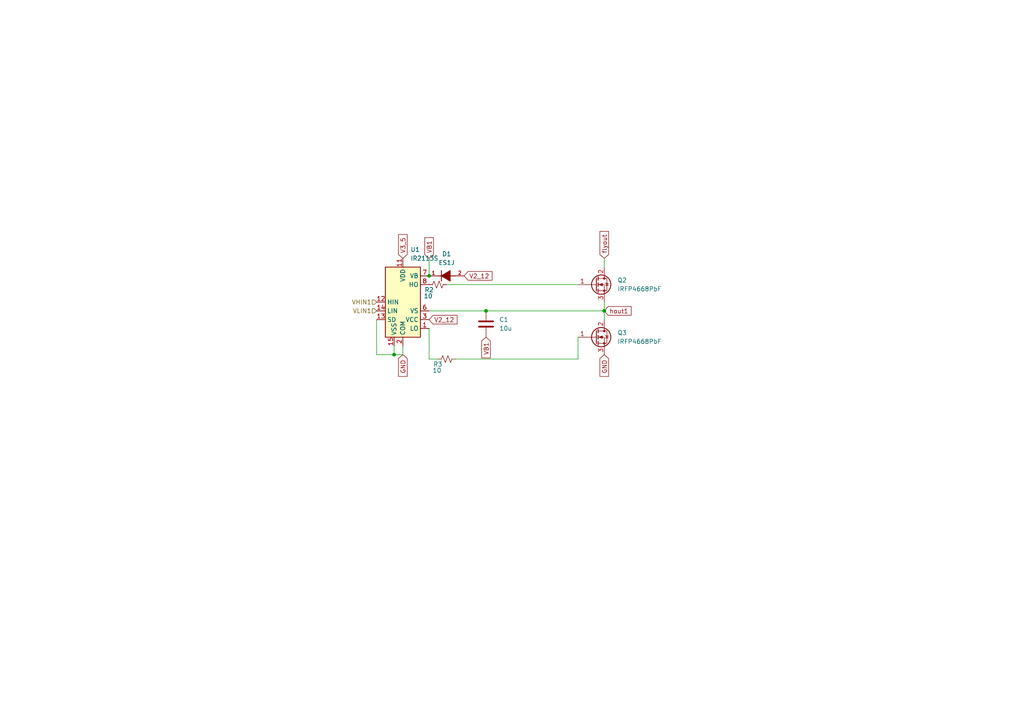
<source format=kicad_sch>
(kicad_sch
	(version 20231120)
	(generator "eeschema")
	(generator_version "8.0")
	(uuid "64e3b1c6-29d9-4957-b2ad-09673be45259")
	(paper "A4")
	(lib_symbols
		(symbol "Device:C"
			(pin_numbers hide)
			(pin_names
				(offset 0.254)
			)
			(exclude_from_sim no)
			(in_bom yes)
			(on_board yes)
			(property "Reference" "C"
				(at 0.635 2.54 0)
				(effects
					(font
						(size 1.27 1.27)
					)
					(justify left)
				)
			)
			(property "Value" "C"
				(at 0.635 -2.54 0)
				(effects
					(font
						(size 1.27 1.27)
					)
					(justify left)
				)
			)
			(property "Footprint" ""
				(at 0.9652 -3.81 0)
				(effects
					(font
						(size 1.27 1.27)
					)
					(hide yes)
				)
			)
			(property "Datasheet" "~"
				(at 0 0 0)
				(effects
					(font
						(size 1.27 1.27)
					)
					(hide yes)
				)
			)
			(property "Description" "Unpolarized capacitor"
				(at 0 0 0)
				(effects
					(font
						(size 1.27 1.27)
					)
					(hide yes)
				)
			)
			(property "ki_keywords" "cap capacitor"
				(at 0 0 0)
				(effects
					(font
						(size 1.27 1.27)
					)
					(hide yes)
				)
			)
			(property "ki_fp_filters" "C_*"
				(at 0 0 0)
				(effects
					(font
						(size 1.27 1.27)
					)
					(hide yes)
				)
			)
			(symbol "C_0_1"
				(polyline
					(pts
						(xy -2.032 -0.762) (xy 2.032 -0.762)
					)
					(stroke
						(width 0.508)
						(type default)
					)
					(fill
						(type none)
					)
				)
				(polyline
					(pts
						(xy -2.032 0.762) (xy 2.032 0.762)
					)
					(stroke
						(width 0.508)
						(type default)
					)
					(fill
						(type none)
					)
				)
			)
			(symbol "C_1_1"
				(pin passive line
					(at 0 3.81 270)
					(length 2.794)
					(name "~"
						(effects
							(font
								(size 1.27 1.27)
							)
						)
					)
					(number "1"
						(effects
							(font
								(size 1.27 1.27)
							)
						)
					)
				)
				(pin passive line
					(at 0 -3.81 90)
					(length 2.794)
					(name "~"
						(effects
							(font
								(size 1.27 1.27)
							)
						)
					)
					(number "2"
						(effects
							(font
								(size 1.27 1.27)
							)
						)
					)
				)
			)
		)
		(symbol "Device:R_Small_US"
			(pin_numbers hide)
			(pin_names
				(offset 0.254) hide)
			(exclude_from_sim no)
			(in_bom yes)
			(on_board yes)
			(property "Reference" "R"
				(at 0.762 0.508 0)
				(effects
					(font
						(size 1.27 1.27)
					)
					(justify left)
				)
			)
			(property "Value" "R_Small_US"
				(at 0.762 -1.016 0)
				(effects
					(font
						(size 1.27 1.27)
					)
					(justify left)
				)
			)
			(property "Footprint" ""
				(at 0 0 0)
				(effects
					(font
						(size 1.27 1.27)
					)
					(hide yes)
				)
			)
			(property "Datasheet" "~"
				(at 0 0 0)
				(effects
					(font
						(size 1.27 1.27)
					)
					(hide yes)
				)
			)
			(property "Description" "Resistor, small US symbol"
				(at 0 0 0)
				(effects
					(font
						(size 1.27 1.27)
					)
					(hide yes)
				)
			)
			(property "ki_keywords" "r resistor"
				(at 0 0 0)
				(effects
					(font
						(size 1.27 1.27)
					)
					(hide yes)
				)
			)
			(property "ki_fp_filters" "R_*"
				(at 0 0 0)
				(effects
					(font
						(size 1.27 1.27)
					)
					(hide yes)
				)
			)
			(symbol "R_Small_US_1_1"
				(polyline
					(pts
						(xy 0 0) (xy 1.016 -0.381) (xy 0 -0.762) (xy -1.016 -1.143) (xy 0 -1.524)
					)
					(stroke
						(width 0)
						(type default)
					)
					(fill
						(type none)
					)
				)
				(polyline
					(pts
						(xy 0 1.524) (xy 1.016 1.143) (xy 0 0.762) (xy -1.016 0.381) (xy 0 0)
					)
					(stroke
						(width 0)
						(type default)
					)
					(fill
						(type none)
					)
				)
				(pin passive line
					(at 0 2.54 270)
					(length 1.016)
					(name "~"
						(effects
							(font
								(size 1.27 1.27)
							)
						)
					)
					(number "1"
						(effects
							(font
								(size 1.27 1.27)
							)
						)
					)
				)
				(pin passive line
					(at 0 -2.54 90)
					(length 1.016)
					(name "~"
						(effects
							(font
								(size 1.27 1.27)
							)
						)
					)
					(number "2"
						(effects
							(font
								(size 1.27 1.27)
							)
						)
					)
				)
			)
		)
		(symbol "Driver_FET:IR2113S"
			(exclude_from_sim no)
			(in_bom yes)
			(on_board yes)
			(property "Reference" "U"
				(at 1.27 13.335 0)
				(effects
					(font
						(size 1.27 1.27)
					)
					(justify left)
				)
			)
			(property "Value" "IR2113S"
				(at 1.27 11.43 0)
				(effects
					(font
						(size 1.27 1.27)
					)
					(justify left)
				)
			)
			(property "Footprint" "Package_SO:SOIC-16W_7.5x10.3mm_P1.27mm"
				(at 0 0 0)
				(effects
					(font
						(size 1.27 1.27)
						(italic yes)
					)
					(hide yes)
				)
			)
			(property "Datasheet" "https://www.infineon.com/dgdl/ir2110.pdf?fileId=5546d462533600a4015355c80333167e"
				(at 0 0 0)
				(effects
					(font
						(size 1.27 1.27)
					)
					(hide yes)
				)
			)
			(property "Description" "High and Low Side Driver, 500V, 2.0/2.0A, SOIC-16W"
				(at 0 0 0)
				(effects
					(font
						(size 1.27 1.27)
					)
					(hide yes)
				)
			)
			(property "ki_keywords" "Gate Driver"
				(at 0 0 0)
				(effects
					(font
						(size 1.27 1.27)
					)
					(hide yes)
				)
			)
			(property "ki_fp_filters" "SOIC*7.5x10.3mm*P1.27mm*"
				(at 0 0 0)
				(effects
					(font
						(size 1.27 1.27)
					)
					(hide yes)
				)
			)
			(symbol "IR2113S_0_1"
				(rectangle
					(start -5.08 -10.16)
					(end 5.08 10.16)
					(stroke
						(width 0.254)
						(type default)
					)
					(fill
						(type background)
					)
				)
			)
			(symbol "IR2113S_1_1"
				(pin output line
					(at 7.62 -7.62 180)
					(length 2.54)
					(name "LO"
						(effects
							(font
								(size 1.27 1.27)
							)
						)
					)
					(number "1"
						(effects
							(font
								(size 1.27 1.27)
							)
						)
					)
				)
				(pin no_connect line
					(at 5.08 2.54 180)
					(length 2.54) hide
					(name "NC"
						(effects
							(font
								(size 1.27 1.27)
							)
						)
					)
					(number "10"
						(effects
							(font
								(size 1.27 1.27)
							)
						)
					)
				)
				(pin power_in line
					(at 0 12.7 270)
					(length 2.54)
					(name "VDD"
						(effects
							(font
								(size 1.27 1.27)
							)
						)
					)
					(number "11"
						(effects
							(font
								(size 1.27 1.27)
							)
						)
					)
				)
				(pin input line
					(at -7.62 0 0)
					(length 2.54)
					(name "HIN"
						(effects
							(font
								(size 1.27 1.27)
							)
						)
					)
					(number "12"
						(effects
							(font
								(size 1.27 1.27)
							)
						)
					)
				)
				(pin input line
					(at -7.62 -5.08 0)
					(length 2.54)
					(name "SD"
						(effects
							(font
								(size 1.27 1.27)
							)
						)
					)
					(number "13"
						(effects
							(font
								(size 1.27 1.27)
							)
						)
					)
				)
				(pin input line
					(at -7.62 -2.54 0)
					(length 2.54)
					(name "LIN"
						(effects
							(font
								(size 1.27 1.27)
							)
						)
					)
					(number "14"
						(effects
							(font
								(size 1.27 1.27)
							)
						)
					)
				)
				(pin power_in line
					(at -2.54 -12.7 90)
					(length 2.54)
					(name "VSS"
						(effects
							(font
								(size 1.27 1.27)
							)
						)
					)
					(number "15"
						(effects
							(font
								(size 1.27 1.27)
							)
						)
					)
				)
				(pin no_connect line
					(at 5.08 0 180)
					(length 2.54) hide
					(name "NC"
						(effects
							(font
								(size 1.27 1.27)
							)
						)
					)
					(number "16"
						(effects
							(font
								(size 1.27 1.27)
							)
						)
					)
				)
				(pin power_in line
					(at 0 -12.7 90)
					(length 2.54)
					(name "COM"
						(effects
							(font
								(size 1.27 1.27)
							)
						)
					)
					(number "2"
						(effects
							(font
								(size 1.27 1.27)
							)
						)
					)
				)
				(pin power_in line
					(at 7.62 -5.08 180)
					(length 2.54)
					(name "VCC"
						(effects
							(font
								(size 1.27 1.27)
							)
						)
					)
					(number "3"
						(effects
							(font
								(size 1.27 1.27)
							)
						)
					)
				)
				(pin no_connect line
					(at -5.08 7.62 0)
					(length 2.54) hide
					(name "NC"
						(effects
							(font
								(size 1.27 1.27)
							)
						)
					)
					(number "4"
						(effects
							(font
								(size 1.27 1.27)
							)
						)
					)
				)
				(pin no_connect line
					(at -5.08 5.08 0)
					(length 2.54) hide
					(name "NC"
						(effects
							(font
								(size 1.27 1.27)
							)
						)
					)
					(number "5"
						(effects
							(font
								(size 1.27 1.27)
							)
						)
					)
				)
				(pin passive line
					(at 7.62 -2.54 180)
					(length 2.54)
					(name "VS"
						(effects
							(font
								(size 1.27 1.27)
							)
						)
					)
					(number "6"
						(effects
							(font
								(size 1.27 1.27)
							)
						)
					)
				)
				(pin passive line
					(at 7.62 7.62 180)
					(length 2.54)
					(name "VB"
						(effects
							(font
								(size 1.27 1.27)
							)
						)
					)
					(number "7"
						(effects
							(font
								(size 1.27 1.27)
							)
						)
					)
				)
				(pin output line
					(at 7.62 5.08 180)
					(length 2.54)
					(name "HO"
						(effects
							(font
								(size 1.27 1.27)
							)
						)
					)
					(number "8"
						(effects
							(font
								(size 1.27 1.27)
							)
						)
					)
				)
				(pin no_connect line
					(at -5.08 2.54 0)
					(length 2.54) hide
					(name "NC"
						(effects
							(font
								(size 1.27 1.27)
							)
						)
					)
					(number "9"
						(effects
							(font
								(size 1.27 1.27)
							)
						)
					)
				)
			)
		)
		(symbol "ES1J:ES1J"
			(pin_names
				(offset 1.016)
			)
			(exclude_from_sim no)
			(in_bom yes)
			(on_board yes)
			(property "Reference" "D"
				(at 6.096 -5.08 0)
				(effects
					(font
						(size 1.27 1.27)
					)
					(justify left bottom)
				)
			)
			(property "Value" "ES1J"
				(at 6.096 -7.62 0)
				(effects
					(font
						(size 1.27 1.27)
					)
					(justify left bottom)
				)
			)
			(property "Footprint" "ES1J:DIOM5227X250N"
				(at 0 0 0)
				(effects
					(font
						(size 1.27 1.27)
					)
					(justify bottom)
					(hide yes)
				)
			)
			(property "Datasheet" ""
				(at 0 0 0)
				(effects
					(font
						(size 1.27 1.27)
					)
					(hide yes)
				)
			)
			(property "Description" ""
				(at 0 0 0)
				(effects
					(font
						(size 1.27 1.27)
					)
					(hide yes)
				)
			)
			(property "SnapEDA_Link" "https://www.snapeda.com/parts/ES1J/Onsemi/view-part/?ref=snap"
				(at 0 0 0)
				(effects
					(font
						(size 1.27 1.27)
					)
					(justify bottom)
					(hide yes)
				)
			)
			(property "E" "2.725"
				(at 0 0 0)
				(effects
					(font
						(size 1.27 1.27)
					)
					(justify bottom)
					(hide yes)
				)
			)
			(property "D" "5.2"
				(at 0 0 0)
				(effects
					(font
						(size 1.27 1.27)
					)
					(justify bottom)
					(hide yes)
				)
			)
			(property "FAMILY" "diode"
				(at 0 0 0)
				(effects
					(font
						(size 1.27 1.27)
					)
					(justify bottom)
					(hide yes)
				)
			)
			(property "Package" "SMA-2 ON Semiconductor"
				(at 0 0 0)
				(effects
					(font
						(size 1.27 1.27)
					)
					(justify bottom)
					(hide yes)
				)
			)
			(property "b-" "0.225"
				(at 0 0 0)
				(effects
					(font
						(size 1.27 1.27)
					)
					(justify bottom)
					(hide yes)
				)
			)
			(property "L-" "0.385"
				(at 0 0 0)
				(effects
					(font
						(size 1.27 1.27)
					)
					(justify bottom)
					(hide yes)
				)
			)
			(property "Check_prices" "https://www.snapeda.com/parts/ES1J/Onsemi/view-part/?ref=eda"
				(at 0 0 0)
				(effects
					(font
						(size 1.27 1.27)
					)
					(justify bottom)
					(hide yes)
				)
			)
			(property "L" "1.135"
				(at 0 0 0)
				(effects
					(font
						(size 1.27 1.27)
					)
					(justify bottom)
					(hide yes)
				)
			)
			(property "STANDARD" "IPC-7351B"
				(at 0 0 0)
				(effects
					(font
						(size 1.27 1.27)
					)
					(justify bottom)
					(hide yes)
				)
			)
			(property "PARTREV" "Rev. 2"
				(at 0 0 0)
				(effects
					(font
						(size 1.27 1.27)
					)
					(justify bottom)
					(hide yes)
				)
			)
			(property "MF" "ON Semiconductor"
				(at 0 0 0)
				(effects
					(font
						(size 1.27 1.27)
					)
					(justify bottom)
					(hide yes)
				)
			)
			(property "b NOM" "1.425"
				(at 0 0 0)
				(effects
					(font
						(size 1.27 1.27)
					)
					(justify bottom)
					(hide yes)
				)
			)
			(property "L+" "0.385"
				(at 0 0 0)
				(effects
					(font
						(size 1.27 1.27)
					)
					(justify bottom)
					(hide yes)
				)
			)
			(property "b+" "0.225"
				(at 0 0 0)
				(effects
					(font
						(size 1.27 1.27)
					)
					(justify bottom)
					(hide yes)
				)
			)
			(property "D+" "0.4"
				(at 0 0 0)
				(effects
					(font
						(size 1.27 1.27)
					)
					(justify bottom)
					(hide yes)
				)
			)
			(property "E-" "0.225"
				(at 0 0 0)
				(effects
					(font
						(size 1.27 1.27)
					)
					(justify bottom)
					(hide yes)
				)
			)
			(property "D-" "0.4"
				(at 0 0 0)
				(effects
					(font
						(size 1.27 1.27)
					)
					(justify bottom)
					(hide yes)
				)
			)
			(property "LENGTH NOM" "4.375"
				(at 0 0 0)
				(effects
					(font
						(size 1.27 1.27)
					)
					(justify bottom)
					(hide yes)
				)
			)
			(property "MAXIMUM_PACKAGE_HEIGHT" "2.5 mm"
				(at 0 0 0)
				(effects
					(font
						(size 1.27 1.27)
					)
					(justify bottom)
					(hide yes)
				)
			)
			(property "E+" "0.225"
				(at 0 0 0)
				(effects
					(font
						(size 1.27 1.27)
					)
					(justify bottom)
					(hide yes)
				)
			)
			(property "HEIGHT" "2.5"
				(at 0 0 0)
				(effects
					(font
						(size 1.27 1.27)
					)
					(justify bottom)
					(hide yes)
				)
			)
			(property "Price" "None"
				(at 0 0 0)
				(effects
					(font
						(size 1.27 1.27)
					)
					(justify bottom)
					(hide yes)
				)
			)
			(property "Description_1" "\n                        \n                            Diode Standard 600 V 1A Surface Mount DO-214AD (SMAF)\n                        \n"
				(at 0 0 0)
				(effects
					(font
						(size 1.27 1.27)
					)
					(justify bottom)
					(hide yes)
				)
			)
			(property "MP" "ES1J"
				(at 0 0 0)
				(effects
					(font
						(size 1.27 1.27)
					)
					(justify bottom)
					(hide yes)
				)
			)
			(property "PITCH" "4.065"
				(at 0 0 0)
				(effects
					(font
						(size 1.27 1.27)
					)
					(justify bottom)
					(hide yes)
				)
			)
			(property "MANUFACTURER" "ON Semiconductor"
				(at 0 0 0)
				(effects
					(font
						(size 1.27 1.27)
					)
					(justify bottom)
					(hide yes)
				)
			)
			(property "Availability" "In Stock"
				(at 0 0 0)
				(effects
					(font
						(size 1.27 1.27)
					)
					(justify bottom)
					(hide yes)
				)
			)
			(symbol "ES1J_0_0"
				(polyline
					(pts
						(xy 2.54 -6.096) (xy 2.54 -7.62)
					)
					(stroke
						(width 0.254)
						(type default)
					)
					(fill
						(type none)
					)
				)
				(polyline
					(pts
						(xy 2.54 -2.54) (xy 2.54 -3.556)
					)
					(stroke
						(width 0.254)
						(type default)
					)
					(fill
						(type none)
					)
				)
				(polyline
					(pts
						(xy 4.064 -3.556) (xy 1.016 -3.556)
					)
					(stroke
						(width 0.254)
						(type default)
					)
					(fill
						(type none)
					)
				)
				(polyline
					(pts
						(xy 2.54 -3.556) (xy 1.016 -6.096) (xy 4.064 -6.096) (xy 2.54 -3.556)
					)
					(stroke
						(width 0.254)
						(type default)
					)
					(fill
						(type outline)
					)
				)
				(pin passive line
					(at 2.54 0 270)
					(length 2.54)
					(name "~"
						(effects
							(font
								(size 1.016 1.016)
							)
						)
					)
					(number "1"
						(effects
							(font
								(size 1.016 1.016)
							)
						)
					)
				)
				(pin passive line
					(at 2.54 -10.16 90)
					(length 2.54)
					(name "~"
						(effects
							(font
								(size 1.016 1.016)
							)
						)
					)
					(number "2"
						(effects
							(font
								(size 1.016 1.016)
							)
						)
					)
				)
			)
		)
		(symbol "Transistor_FET:IRFP4668PbF"
			(pin_names hide)
			(exclude_from_sim no)
			(in_bom yes)
			(on_board yes)
			(property "Reference" "Q"
				(at 5.08 1.905 0)
				(effects
					(font
						(size 1.27 1.27)
					)
					(justify left)
				)
			)
			(property "Value" "IRFP4668PbF"
				(at 5.08 0 0)
				(effects
					(font
						(size 1.27 1.27)
					)
					(justify left)
				)
			)
			(property "Footprint" "Package_TO_SOT_THT:TO-247-3_Vertical"
				(at 5.08 -1.905 0)
				(effects
					(font
						(size 1.27 1.27)
						(italic yes)
					)
					(justify left)
					(hide yes)
				)
			)
			(property "Datasheet" "https://www.infineon.com/dgdl/irfp4668pbf.pdf?fileId=5546d462533600a40153562c8528201d"
				(at 5.08 -3.81 0)
				(effects
					(font
						(size 1.27 1.27)
					)
					(justify left)
					(hide yes)
				)
			)
			(property "Description" "130A Id, 200V Vds, N-Channel Power MOSFET, TO-247"
				(at 0 0 0)
				(effects
					(font
						(size 1.27 1.27)
					)
					(hide yes)
				)
			)
			(property "ki_keywords" "N-Channel Power MOSFET"
				(at 0 0 0)
				(effects
					(font
						(size 1.27 1.27)
					)
					(hide yes)
				)
			)
			(property "ki_fp_filters" "TO?247*"
				(at 0 0 0)
				(effects
					(font
						(size 1.27 1.27)
					)
					(hide yes)
				)
			)
			(symbol "IRFP4668PbF_0_1"
				(polyline
					(pts
						(xy 0.254 0) (xy -2.54 0)
					)
					(stroke
						(width 0)
						(type default)
					)
					(fill
						(type none)
					)
				)
				(polyline
					(pts
						(xy 0.254 1.905) (xy 0.254 -1.905)
					)
					(stroke
						(width 0.254)
						(type default)
					)
					(fill
						(type none)
					)
				)
				(polyline
					(pts
						(xy 0.762 -1.27) (xy 0.762 -2.286)
					)
					(stroke
						(width 0.254)
						(type default)
					)
					(fill
						(type none)
					)
				)
				(polyline
					(pts
						(xy 0.762 0.508) (xy 0.762 -0.508)
					)
					(stroke
						(width 0.254)
						(type default)
					)
					(fill
						(type none)
					)
				)
				(polyline
					(pts
						(xy 0.762 2.286) (xy 0.762 1.27)
					)
					(stroke
						(width 0.254)
						(type default)
					)
					(fill
						(type none)
					)
				)
				(polyline
					(pts
						(xy 2.54 2.54) (xy 2.54 1.778)
					)
					(stroke
						(width 0)
						(type default)
					)
					(fill
						(type none)
					)
				)
				(polyline
					(pts
						(xy 2.54 -2.54) (xy 2.54 0) (xy 0.762 0)
					)
					(stroke
						(width 0)
						(type default)
					)
					(fill
						(type none)
					)
				)
				(polyline
					(pts
						(xy 0.762 -1.778) (xy 3.302 -1.778) (xy 3.302 1.778) (xy 0.762 1.778)
					)
					(stroke
						(width 0)
						(type default)
					)
					(fill
						(type none)
					)
				)
				(polyline
					(pts
						(xy 1.016 0) (xy 2.032 0.381) (xy 2.032 -0.381) (xy 1.016 0)
					)
					(stroke
						(width 0)
						(type default)
					)
					(fill
						(type outline)
					)
				)
				(polyline
					(pts
						(xy 2.794 0.508) (xy 2.921 0.381) (xy 3.683 0.381) (xy 3.81 0.254)
					)
					(stroke
						(width 0)
						(type default)
					)
					(fill
						(type none)
					)
				)
				(polyline
					(pts
						(xy 3.302 0.381) (xy 2.921 -0.254) (xy 3.683 -0.254) (xy 3.302 0.381)
					)
					(stroke
						(width 0)
						(type default)
					)
					(fill
						(type none)
					)
				)
				(circle
					(center 1.651 0)
					(radius 2.794)
					(stroke
						(width 0.254)
						(type default)
					)
					(fill
						(type none)
					)
				)
				(circle
					(center 2.54 -1.778)
					(radius 0.254)
					(stroke
						(width 0)
						(type default)
					)
					(fill
						(type outline)
					)
				)
				(circle
					(center 2.54 1.778)
					(radius 0.254)
					(stroke
						(width 0)
						(type default)
					)
					(fill
						(type outline)
					)
				)
			)
			(symbol "IRFP4668PbF_1_1"
				(pin input line
					(at -5.08 0 0)
					(length 2.54)
					(name "G"
						(effects
							(font
								(size 1.27 1.27)
							)
						)
					)
					(number "1"
						(effects
							(font
								(size 1.27 1.27)
							)
						)
					)
				)
				(pin passive line
					(at 2.54 5.08 270)
					(length 2.54)
					(name "D"
						(effects
							(font
								(size 1.27 1.27)
							)
						)
					)
					(number "2"
						(effects
							(font
								(size 1.27 1.27)
							)
						)
					)
				)
				(pin passive line
					(at 2.54 -5.08 90)
					(length 2.54)
					(name "S"
						(effects
							(font
								(size 1.27 1.27)
							)
						)
					)
					(number "3"
						(effects
							(font
								(size 1.27 1.27)
							)
						)
					)
				)
			)
		)
	)
	(junction
		(at 175.26 90.17)
		(diameter 0)
		(color 0 0 0 0)
		(uuid "0ef7be2e-1ed4-4b38-ac4d-56819edb0115")
	)
	(junction
		(at 140.97 90.17)
		(diameter 0)
		(color 0 0 0 0)
		(uuid "31f83d1f-23c0-46a8-ac1d-6d7aa278d511")
	)
	(junction
		(at 114.3 102.87)
		(diameter 0)
		(color 0 0 0 0)
		(uuid "d0b7e112-b8bd-4fef-b12c-24193ae636d2")
	)
	(junction
		(at 124.46 80.01)
		(diameter 0)
		(color 0 0 0 0)
		(uuid "dcefa513-a22e-4078-97c2-a58de3ad7a33")
	)
	(wire
		(pts
			(xy 167.64 104.14) (xy 167.64 97.79)
		)
		(stroke
			(width 0)
			(type default)
		)
		(uuid "13bfcbc7-fdcd-4b8d-a566-ba006b341d19")
	)
	(wire
		(pts
			(xy 175.26 87.63) (xy 175.26 90.17)
		)
		(stroke
			(width 0)
			(type default)
		)
		(uuid "4ddb37c4-447d-4502-bd4a-d5363f825b65")
	)
	(wire
		(pts
			(xy 140.97 90.17) (xy 175.26 90.17)
		)
		(stroke
			(width 0)
			(type default)
		)
		(uuid "573ebdd1-58b8-4baf-835a-4f7b7d42b981")
	)
	(wire
		(pts
			(xy 124.46 95.25) (xy 124.46 104.14)
		)
		(stroke
			(width 0)
			(type default)
		)
		(uuid "785eb7bd-33f9-4bac-bb50-496b4f3dbbbb")
	)
	(wire
		(pts
			(xy 109.22 92.71) (xy 109.22 102.87)
		)
		(stroke
			(width 0)
			(type default)
		)
		(uuid "8197a78e-efc8-469a-8f28-eb79657ec515")
	)
	(wire
		(pts
			(xy 116.84 102.87) (xy 116.84 100.33)
		)
		(stroke
			(width 0)
			(type default)
		)
		(uuid "8488a33e-d7c0-445e-abab-7a991dda0877")
	)
	(wire
		(pts
			(xy 124.46 104.14) (xy 127 104.14)
		)
		(stroke
			(width 0)
			(type default)
		)
		(uuid "94ae486c-1694-4f77-b9eb-6b8c8e077be7")
	)
	(wire
		(pts
			(xy 132.08 104.14) (xy 167.64 104.14)
		)
		(stroke
			(width 0)
			(type default)
		)
		(uuid "a36c9bc9-873a-459d-9889-bbe492499bfc")
	)
	(wire
		(pts
			(xy 175.26 74.93) (xy 175.26 77.47)
		)
		(stroke
			(width 0)
			(type default)
		)
		(uuid "a4677231-35f3-4a56-9c67-2fbe2da034f2")
	)
	(wire
		(pts
			(xy 124.46 90.17) (xy 140.97 90.17)
		)
		(stroke
			(width 0)
			(type default)
		)
		(uuid "b5ebd12e-7e82-4d19-bf22-4ccbd44926fb")
	)
	(wire
		(pts
			(xy 124.46 74.93) (xy 124.46 80.01)
		)
		(stroke
			(width 0)
			(type default)
		)
		(uuid "c16552b3-4fac-4137-80e6-33afe2f1bf77")
	)
	(wire
		(pts
			(xy 109.22 102.87) (xy 114.3 102.87)
		)
		(stroke
			(width 0)
			(type default)
		)
		(uuid "caff4d72-d9b3-485b-abed-df18aa7df9d8")
	)
	(wire
		(pts
			(xy 175.26 90.17) (xy 175.26 92.71)
		)
		(stroke
			(width 0)
			(type default)
		)
		(uuid "d85ee250-8a39-41c8-a054-0e46647ad93a")
	)
	(wire
		(pts
			(xy 114.3 102.87) (xy 116.84 102.87)
		)
		(stroke
			(width 0)
			(type default)
		)
		(uuid "e92979a5-7556-4af6-8637-b46e9bb1384e")
	)
	(wire
		(pts
			(xy 114.3 100.33) (xy 114.3 102.87)
		)
		(stroke
			(width 0)
			(type default)
		)
		(uuid "ebf11a7a-f245-4907-b45f-d001448e446d")
	)
	(wire
		(pts
			(xy 129.54 82.55) (xy 167.64 82.55)
		)
		(stroke
			(width 0)
			(type default)
		)
		(uuid "f92b02b6-40e9-4970-932c-adf9aa5e9654")
	)
	(global_label "flyout"
		(shape input)
		(at 175.26 74.93 90)
		(fields_autoplaced yes)
		(effects
			(font
				(size 1.27 1.27)
			)
			(justify left)
		)
		(uuid "305ba643-2720-4c9d-9a77-423f3ce30393")
		(property "Intersheetrefs" "${INTERSHEET_REFS}"
			(at 175.26 66.5626 90)
			(effects
				(font
					(size 1.27 1.27)
				)
				(justify left)
				(hide yes)
			)
		)
	)
	(global_label "V2_12"
		(shape input)
		(at 124.46 92.71 0)
		(fields_autoplaced yes)
		(effects
			(font
				(size 1.27 1.27)
			)
			(justify left)
		)
		(uuid "3b26699d-bae5-4a7c-a7d1-1e15ecde8bf8")
		(property "Intersheetrefs" "${INTERSHEET_REFS}"
			(at 133.1299 92.71 0)
			(effects
				(font
					(size 1.27 1.27)
				)
				(justify left)
				(hide yes)
			)
		)
	)
	(global_label "GND"
		(shape input)
		(at 175.26 102.87 270)
		(fields_autoplaced yes)
		(effects
			(font
				(size 1.27 1.27)
			)
			(justify right)
		)
		(uuid "43bafef5-3552-4db8-994f-988c52ae3cdc")
		(property "Intersheetrefs" "${INTERSHEET_REFS}"
			(at 175.26 109.7257 90)
			(effects
				(font
					(size 1.27 1.27)
				)
				(justify right)
				(hide yes)
			)
		)
	)
	(global_label "hout1"
		(shape input)
		(at 175.26 90.17 0)
		(fields_autoplaced yes)
		(effects
			(font
				(size 1.27 1.27)
			)
			(justify left)
		)
		(uuid "4d9d9d2b-d865-4879-9d2c-38a8a0a7866c")
		(property "Intersheetrefs" "${INTERSHEET_REFS}"
			(at 183.6274 90.17 0)
			(effects
				(font
					(size 1.27 1.27)
				)
				(justify left)
				(hide yes)
			)
		)
	)
	(global_label "V2_12"
		(shape input)
		(at 134.62 80.01 0)
		(fields_autoplaced yes)
		(effects
			(font
				(size 1.27 1.27)
			)
			(justify left)
		)
		(uuid "722d3481-5b53-4468-b77c-4abc00a841be")
		(property "Intersheetrefs" "${INTERSHEET_REFS}"
			(at 143.2899 80.01 0)
			(effects
				(font
					(size 1.27 1.27)
				)
				(justify left)
				(hide yes)
			)
		)
	)
	(global_label "GND"
		(shape input)
		(at 116.84 102.87 270)
		(fields_autoplaced yes)
		(effects
			(font
				(size 1.27 1.27)
			)
			(justify right)
		)
		(uuid "87b7652f-e400-41b1-8a91-bd4f7a608e1e")
		(property "Intersheetrefs" "${INTERSHEET_REFS}"
			(at 116.84 109.7257 90)
			(effects
				(font
					(size 1.27 1.27)
				)
				(justify right)
				(hide yes)
			)
		)
	)
	(global_label "VB1"
		(shape input)
		(at 140.97 97.79 270)
		(fields_autoplaced yes)
		(effects
			(font
				(size 1.27 1.27)
			)
			(justify right)
		)
		(uuid "bcc613e6-4ae5-445a-92d5-1641692ed94d")
		(property "Intersheetrefs" "${INTERSHEET_REFS}"
			(at 140.97 104.3433 90)
			(effects
				(font
					(size 1.27 1.27)
				)
				(justify right)
				(hide yes)
			)
		)
	)
	(global_label "V3_5"
		(shape input)
		(at 116.84 74.93 90)
		(fields_autoplaced yes)
		(effects
			(font
				(size 1.27 1.27)
			)
			(justify left)
		)
		(uuid "db1fa279-bd31-41b3-9b1c-e5205efa3209")
		(property "Intersheetrefs" "${INTERSHEET_REFS}"
			(at 116.84 67.4696 90)
			(effects
				(font
					(size 1.27 1.27)
				)
				(justify left)
				(hide yes)
			)
		)
	)
	(global_label "VB1"
		(shape input)
		(at 124.46 74.93 90)
		(fields_autoplaced yes)
		(effects
			(font
				(size 1.27 1.27)
			)
			(justify left)
		)
		(uuid "dcb09bc5-087d-4ff7-ab2a-ca4c559d9c19")
		(property "Intersheetrefs" "${INTERSHEET_REFS}"
			(at 124.46 68.3767 90)
			(effects
				(font
					(size 1.27 1.27)
				)
				(justify left)
				(hide yes)
			)
		)
	)
	(hierarchical_label "VHIN1"
		(shape input)
		(at 109.22 87.63 180)
		(fields_autoplaced yes)
		(effects
			(font
				(size 1.27 1.27)
			)
			(justify right)
		)
		(uuid "5bd39f45-f127-4451-a096-b827336e5c1a")
	)
	(hierarchical_label "VLIN1"
		(shape input)
		(at 109.22 90.17 180)
		(fields_autoplaced yes)
		(effects
			(font
				(size 1.27 1.27)
			)
			(justify right)
		)
		(uuid "f036da35-69c0-4472-8110-5536bf2f1ae9")
	)
	(symbol
		(lib_id "ES1J:ES1J")
		(at 124.46 82.55 90)
		(unit 1)
		(exclude_from_sim no)
		(in_bom yes)
		(on_board yes)
		(dnp no)
		(fields_autoplaced yes)
		(uuid "3d96943c-1d36-4e52-8fd4-05e2889ed727")
		(property "Reference" "D1"
			(at 129.54 73.66 90)
			(effects
				(font
					(size 1.27 1.27)
				)
			)
		)
		(property "Value" "ES1J"
			(at 129.54 76.2 90)
			(effects
				(font
					(size 1.27 1.27)
				)
			)
		)
		(property "Footprint" "footprints:DIOM5227X250N"
			(at 124.46 82.55 0)
			(effects
				(font
					(size 1.27 1.27)
				)
				(justify bottom)
				(hide yes)
			)
		)
		(property "Datasheet" ""
			(at 124.46 82.55 0)
			(effects
				(font
					(size 1.27 1.27)
				)
				(hide yes)
			)
		)
		(property "Description" ""
			(at 124.46 82.55 0)
			(effects
				(font
					(size 1.27 1.27)
				)
				(hide yes)
			)
		)
		(property "SnapEDA_Link" "https://www.snapeda.com/parts/ES1J/Onsemi/view-part/?ref=snap"
			(at 124.46 82.55 0)
			(effects
				(font
					(size 1.27 1.27)
				)
				(justify bottom)
				(hide yes)
			)
		)
		(property "E" "2.725"
			(at 124.46 82.55 0)
			(effects
				(font
					(size 1.27 1.27)
				)
				(justify bottom)
				(hide yes)
			)
		)
		(property "D" "5.2"
			(at 124.46 82.55 0)
			(effects
				(font
					(size 1.27 1.27)
				)
				(justify bottom)
				(hide yes)
			)
		)
		(property "FAMILY" "diode"
			(at 124.46 82.55 0)
			(effects
				(font
					(size 1.27 1.27)
				)
				(justify bottom)
				(hide yes)
			)
		)
		(property "Package" "SMA-2 ON Semiconductor"
			(at 124.46 82.55 0)
			(effects
				(font
					(size 1.27 1.27)
				)
				(justify bottom)
				(hide yes)
			)
		)
		(property "b-" "0.225"
			(at 124.46 82.55 0)
			(effects
				(font
					(size 1.27 1.27)
				)
				(justify bottom)
				(hide yes)
			)
		)
		(property "L-" "0.385"
			(at 124.46 82.55 0)
			(effects
				(font
					(size 1.27 1.27)
				)
				(justify bottom)
				(hide yes)
			)
		)
		(property "Check_prices" "https://www.snapeda.com/parts/ES1J/Onsemi/view-part/?ref=eda"
			(at 124.46 82.55 0)
			(effects
				(font
					(size 1.27 1.27)
				)
				(justify bottom)
				(hide yes)
			)
		)
		(property "L" "1.135"
			(at 124.46 82.55 0)
			(effects
				(font
					(size 1.27 1.27)
				)
				(justify bottom)
				(hide yes)
			)
		)
		(property "STANDARD" "IPC-7351B"
			(at 124.46 82.55 0)
			(effects
				(font
					(size 1.27 1.27)
				)
				(justify bottom)
				(hide yes)
			)
		)
		(property "PARTREV" "Rev. 2"
			(at 124.46 82.55 0)
			(effects
				(font
					(size 1.27 1.27)
				)
				(justify bottom)
				(hide yes)
			)
		)
		(property "MF" "ON Semiconductor"
			(at 124.46 82.55 0)
			(effects
				(font
					(size 1.27 1.27)
				)
				(justify bottom)
				(hide yes)
			)
		)
		(property "b NOM" "1.425"
			(at 124.46 82.55 0)
			(effects
				(font
					(size 1.27 1.27)
				)
				(justify bottom)
				(hide yes)
			)
		)
		(property "L+" "0.385"
			(at 124.46 82.55 0)
			(effects
				(font
					(size 1.27 1.27)
				)
				(justify bottom)
				(hide yes)
			)
		)
		(property "b+" "0.225"
			(at 124.46 82.55 0)
			(effects
				(font
					(size 1.27 1.27)
				)
				(justify bottom)
				(hide yes)
			)
		)
		(property "D+" "0.4"
			(at 124.46 82.55 0)
			(effects
				(font
					(size 1.27 1.27)
				)
				(justify bottom)
				(hide yes)
			)
		)
		(property "E-" "0.225"
			(at 124.46 82.55 0)
			(effects
				(font
					(size 1.27 1.27)
				)
				(justify bottom)
				(hide yes)
			)
		)
		(property "D-" "0.4"
			(at 124.46 82.55 0)
			(effects
				(font
					(size 1.27 1.27)
				)
				(justify bottom)
				(hide yes)
			)
		)
		(property "LENGTH NOM" "4.375"
			(at 124.46 82.55 0)
			(effects
				(font
					(size 1.27 1.27)
				)
				(justify bottom)
				(hide yes)
			)
		)
		(property "MAXIMUM_PACKAGE_HEIGHT" "2.5 mm"
			(at 124.46 82.55 0)
			(effects
				(font
					(size 1.27 1.27)
				)
				(justify bottom)
				(hide yes)
			)
		)
		(property "E+" "0.225"
			(at 124.46 82.55 0)
			(effects
				(font
					(size 1.27 1.27)
				)
				(justify bottom)
				(hide yes)
			)
		)
		(property "HEIGHT" "2.5"
			(at 124.46 82.55 0)
			(effects
				(font
					(size 1.27 1.27)
				)
				(justify bottom)
				(hide yes)
			)
		)
		(property "Price" "None"
			(at 124.46 82.55 0)
			(effects
				(font
					(size 1.27 1.27)
				)
				(justify bottom)
				(hide yes)
			)
		)
		(property "Description_1" "\n                        \n                            Diode Standard 600 V 1A Surface Mount DO-214AD (SMAF)\n                        \n"
			(at 124.46 82.55 0)
			(effects
				(font
					(size 1.27 1.27)
				)
				(justify bottom)
				(hide yes)
			)
		)
		(property "MP" "ES1J"
			(at 124.46 82.55 0)
			(effects
				(font
					(size 1.27 1.27)
				)
				(justify bottom)
				(hide yes)
			)
		)
		(property "PITCH" "4.065"
			(at 124.46 82.55 0)
			(effects
				(font
					(size 1.27 1.27)
				)
				(justify bottom)
				(hide yes)
			)
		)
		(property "MANUFACTURER" "ON Semiconductor"
			(at 124.46 82.55 0)
			(effects
				(font
					(size 1.27 1.27)
				)
				(justify bottom)
				(hide yes)
			)
		)
		(property "Availability" "In Stock"
			(at 124.46 82.55 0)
			(effects
				(font
					(size 1.27 1.27)
				)
				(justify bottom)
				(hide yes)
			)
		)
		(pin "1"
			(uuid "ae929bd1-3718-4c8e-9814-06d4920e3e82")
		)
		(pin "2"
			(uuid "fbf30054-bd3f-4f87-b127-d5bb5e5f9537")
		)
		(instances
			(project "doublebridgeright v6"
				(path "/edf94242-0cdc-4580-8fae-fd56a0fef1a3/e7939abf-f3c7-4c3c-afa8-080c8db56da1/7018ac08-c3a8-4cbc-b696-0ff593babc1d"
					(reference "D1")
					(unit 1)
				)
			)
		)
	)
	(symbol
		(lib_id "Transistor_FET:IRFP4668PbF")
		(at 172.72 97.79 0)
		(unit 1)
		(exclude_from_sim no)
		(in_bom yes)
		(on_board yes)
		(dnp no)
		(fields_autoplaced yes)
		(uuid "a251ec6e-04de-460b-ab87-c0a2b3aa9b35")
		(property "Reference" "Q3"
			(at 179.07 96.5199 0)
			(effects
				(font
					(size 1.27 1.27)
				)
				(justify left)
			)
		)
		(property "Value" "IRFP4668PbF"
			(at 179.07 99.0599 0)
			(effects
				(font
					(size 1.27 1.27)
				)
				(justify left)
			)
		)
		(property "Footprint" "Package_TO_SOT_SMD:SC-59_Handsoldering"
			(at 177.8 99.695 0)
			(effects
				(font
					(size 1.27 1.27)
					(italic yes)
				)
				(justify left)
				(hide yes)
			)
		)
		(property "Datasheet" "https://www.infineon.com/dgdl/irfp4668pbf.pdf?fileId=5546d462533600a40153562c8528201d"
			(at 177.8 101.6 0)
			(effects
				(font
					(size 1.27 1.27)
				)
				(justify left)
				(hide yes)
			)
		)
		(property "Description" "130A Id, 200V Vds, N-Channel Power MOSFET, TO-247"
			(at 172.72 97.79 0)
			(effects
				(font
					(size 1.27 1.27)
				)
				(hide yes)
			)
		)
		(pin "1"
			(uuid "588271f3-0fc4-4f12-8e78-fcc068babef6")
		)
		(pin "2"
			(uuid "48479f09-cf1b-47cb-bca6-f758d5557e6e")
		)
		(pin "3"
			(uuid "4e16acec-5e55-4250-909a-843227090cf1")
		)
		(instances
			(project ""
				(path "/edf94242-0cdc-4580-8fae-fd56a0fef1a3/e7939abf-f3c7-4c3c-afa8-080c8db56da1/7018ac08-c3a8-4cbc-b696-0ff593babc1d"
					(reference "Q3")
					(unit 1)
				)
			)
		)
	)
	(symbol
		(lib_id "Driver_FET:IR2113S")
		(at 116.84 87.63 0)
		(unit 1)
		(exclude_from_sim no)
		(in_bom yes)
		(on_board yes)
		(dnp no)
		(fields_autoplaced yes)
		(uuid "b62304a8-11a9-4981-93f3-d014bbe680df")
		(property "Reference" "U1"
			(at 119.0341 72.39 0)
			(effects
				(font
					(size 1.27 1.27)
				)
				(justify left)
			)
		)
		(property "Value" "IR2113S"
			(at 119.0341 74.93 0)
			(effects
				(font
					(size 1.27 1.27)
				)
				(justify left)
			)
		)
		(property "Footprint" "Package_SO:SOIC-16W_7.5x10.3mm_P1.27mm"
			(at 116.84 87.63 0)
			(effects
				(font
					(size 1.27 1.27)
					(italic yes)
				)
				(hide yes)
			)
		)
		(property "Datasheet" "https://www.infineon.com/dgdl/ir2110.pdf?fileId=5546d462533600a4015355c80333167e"
			(at 116.84 87.63 0)
			(effects
				(font
					(size 1.27 1.27)
				)
				(hide yes)
			)
		)
		(property "Description" "High and Low Side Driver, 500V, 2.0/2.0A, SOIC-16W"
			(at 116.84 87.63 0)
			(effects
				(font
					(size 1.27 1.27)
				)
				(hide yes)
			)
		)
		(pin "1"
			(uuid "d3b0a755-b9fb-4ad5-92f6-39859772ec80")
		)
		(pin "6"
			(uuid "6043e368-c310-4f28-b92f-7ee191371465")
		)
		(pin "15"
			(uuid "599e6579-2309-4ae1-9f60-e824932ba9ce")
		)
		(pin "8"
			(uuid "5a9f11e0-9236-44b6-aa11-cd841a0d164a")
		)
		(pin "9"
			(uuid "748212bc-4fd7-4527-be24-307bee29fec5")
		)
		(pin "10"
			(uuid "8164b936-304d-4b2b-a7e4-891dab55f97b")
		)
		(pin "7"
			(uuid "7cc0e1f6-503a-4338-a50f-fae728ab465b")
		)
		(pin "3"
			(uuid "6709c1fd-7912-4aca-9d36-4ed613038321")
		)
		(pin "2"
			(uuid "066cb113-78ca-4dd7-8f37-1f16a07b8690")
		)
		(pin "11"
			(uuid "f1172cab-f5d7-472a-8e5e-8c183883db60")
		)
		(pin "14"
			(uuid "4055c500-5387-42d6-bde9-4ccec2276c08")
		)
		(pin "4"
			(uuid "d5c3348d-6daf-4de4-8040-cfa6578f1f28")
		)
		(pin "5"
			(uuid "681fdb10-22c8-43c9-bd76-a5fcfd69026f")
		)
		(pin "12"
			(uuid "a3aa75ad-d0f0-4b26-9ee7-41298d7a1158")
		)
		(pin "13"
			(uuid "4c41b1ce-f03e-4bc6-a6ad-26d023ce6238")
		)
		(pin "16"
			(uuid "b86c2f90-c968-4e93-ac81-fe8ddae5128c")
		)
		(instances
			(project ""
				(path "/edf94242-0cdc-4580-8fae-fd56a0fef1a3/e7939abf-f3c7-4c3c-afa8-080c8db56da1/7018ac08-c3a8-4cbc-b696-0ff593babc1d"
					(reference "U1")
					(unit 1)
				)
			)
		)
	)
	(symbol
		(lib_id "Device:R_Small_US")
		(at 127 82.55 90)
		(unit 1)
		(exclude_from_sim no)
		(in_bom yes)
		(on_board yes)
		(dnp no)
		(uuid "cfd110b4-2de8-4355-9b3e-4bc4d07a8ed6")
		(property "Reference" "R2"
			(at 124.46 84.074 90)
			(effects
				(font
					(size 1.27 1.27)
				)
			)
		)
		(property "Value" "10"
			(at 124.206 85.852 90)
			(effects
				(font
					(size 1.27 1.27)
				)
			)
		)
		(property "Footprint" "Resistor_SMD:R_0805_2012Metric"
			(at 127 82.55 0)
			(effects
				(font
					(size 1.27 1.27)
				)
				(hide yes)
			)
		)
		(property "Datasheet" "~"
			(at 127 82.55 0)
			(effects
				(font
					(size 1.27 1.27)
				)
				(hide yes)
			)
		)
		(property "Description" "Resistor, small US symbol"
			(at 127 82.55 0)
			(effects
				(font
					(size 1.27 1.27)
				)
				(hide yes)
			)
		)
		(pin "2"
			(uuid "07c49389-51c9-4791-9e0d-097aa81200f8")
		)
		(pin "1"
			(uuid "d18bb667-94ed-4909-9e02-71f7dc4167fe")
		)
		(instances
			(project ""
				(path "/edf94242-0cdc-4580-8fae-fd56a0fef1a3/e7939abf-f3c7-4c3c-afa8-080c8db56da1/7018ac08-c3a8-4cbc-b696-0ff593babc1d"
					(reference "R2")
					(unit 1)
				)
			)
		)
	)
	(symbol
		(lib_id "Transistor_FET:IRFP4668PbF")
		(at 172.72 82.55 0)
		(unit 1)
		(exclude_from_sim no)
		(in_bom yes)
		(on_board yes)
		(dnp no)
		(fields_autoplaced yes)
		(uuid "dbe84809-badd-4a69-93f2-a9d1ed0e4dcb")
		(property "Reference" "Q2"
			(at 179.07 81.2799 0)
			(effects
				(font
					(size 1.27 1.27)
				)
				(justify left)
			)
		)
		(property "Value" "IRFP4668PbF"
			(at 179.07 83.8199 0)
			(effects
				(font
					(size 1.27 1.27)
				)
				(justify left)
			)
		)
		(property "Footprint" "Package_TO_SOT_SMD:SC-59_Handsoldering"
			(at 177.8 84.455 0)
			(effects
				(font
					(size 1.27 1.27)
					(italic yes)
				)
				(justify left)
				(hide yes)
			)
		)
		(property "Datasheet" "https://www.infineon.com/dgdl/irfp4668pbf.pdf?fileId=5546d462533600a40153562c8528201d"
			(at 177.8 86.36 0)
			(effects
				(font
					(size 1.27 1.27)
				)
				(justify left)
				(hide yes)
			)
		)
		(property "Description" "130A Id, 200V Vds, N-Channel Power MOSFET, TO-247"
			(at 172.72 82.55 0)
			(effects
				(font
					(size 1.27 1.27)
				)
				(hide yes)
			)
		)
		(pin "1"
			(uuid "5f19287e-9c84-4c5f-b70d-a0a545c0cdcd")
		)
		(pin "2"
			(uuid "167a1133-79a6-4fa9-8357-0f3138f8b014")
		)
		(pin "3"
			(uuid "932cfbc0-0333-40d6-a96f-d49b5b274042")
		)
		(instances
			(project ""
				(path "/edf94242-0cdc-4580-8fae-fd56a0fef1a3/e7939abf-f3c7-4c3c-afa8-080c8db56da1/7018ac08-c3a8-4cbc-b696-0ff593babc1d"
					(reference "Q2")
					(unit 1)
				)
			)
		)
	)
	(symbol
		(lib_id "Device:R_Small_US")
		(at 129.54 104.14 90)
		(unit 1)
		(exclude_from_sim no)
		(in_bom yes)
		(on_board yes)
		(dnp no)
		(uuid "e04b9533-beb9-45f7-a446-65519d72b9bd")
		(property "Reference" "R3"
			(at 127 105.664 90)
			(effects
				(font
					(size 1.27 1.27)
				)
			)
		)
		(property "Value" "10"
			(at 126.746 107.442 90)
			(effects
				(font
					(size 1.27 1.27)
				)
			)
		)
		(property "Footprint" "Resistor_SMD:R_0805_2012Metric"
			(at 129.54 104.14 0)
			(effects
				(font
					(size 1.27 1.27)
				)
				(hide yes)
			)
		)
		(property "Datasheet" "~"
			(at 129.54 104.14 0)
			(effects
				(font
					(size 1.27 1.27)
				)
				(hide yes)
			)
		)
		(property "Description" "Resistor, small US symbol"
			(at 129.54 104.14 0)
			(effects
				(font
					(size 1.27 1.27)
				)
				(hide yes)
			)
		)
		(pin "2"
			(uuid "b708085b-8dbf-4acb-bafc-2f45c177bda1")
		)
		(pin "1"
			(uuid "02e67d7d-a6d6-4a8b-bc87-b9b77e37f366")
		)
		(instances
			(project ""
				(path "/edf94242-0cdc-4580-8fae-fd56a0fef1a3/e7939abf-f3c7-4c3c-afa8-080c8db56da1/7018ac08-c3a8-4cbc-b696-0ff593babc1d"
					(reference "R3")
					(unit 1)
				)
			)
		)
	)
	(symbol
		(lib_id "Device:C")
		(at 140.97 93.98 0)
		(unit 1)
		(exclude_from_sim no)
		(in_bom yes)
		(on_board yes)
		(dnp no)
		(fields_autoplaced yes)
		(uuid "ef2a8899-e868-4768-8bea-d60b3c215902")
		(property "Reference" "C1"
			(at 144.78 92.7099 0)
			(effects
				(font
					(size 1.27 1.27)
				)
				(justify left)
			)
		)
		(property "Value" "10u"
			(at 144.78 95.2499 0)
			(effects
				(font
					(size 1.27 1.27)
				)
				(justify left)
			)
		)
		(property "Footprint" "Capacitor_SMD:C_1210_3225Metric"
			(at 141.9352 97.79 0)
			(effects
				(font
					(size 1.27 1.27)
				)
				(hide yes)
			)
		)
		(property "Datasheet" "~"
			(at 140.97 93.98 0)
			(effects
				(font
					(size 1.27 1.27)
				)
				(hide yes)
			)
		)
		(property "Description" "Unpolarized capacitor"
			(at 140.97 93.98 0)
			(effects
				(font
					(size 1.27 1.27)
				)
				(hide yes)
			)
		)
		(pin "2"
			(uuid "356cd227-898b-4ade-aa53-6a266c3ae373")
		)
		(pin "1"
			(uuid "542b0a3c-3d2f-4cd9-b8aa-a45abb5c22b2")
		)
		(instances
			(project ""
				(path "/edf94242-0cdc-4580-8fae-fd56a0fef1a3/e7939abf-f3c7-4c3c-afa8-080c8db56da1/7018ac08-c3a8-4cbc-b696-0ff593babc1d"
					(reference "C1")
					(unit 1)
				)
			)
		)
	)
)

</source>
